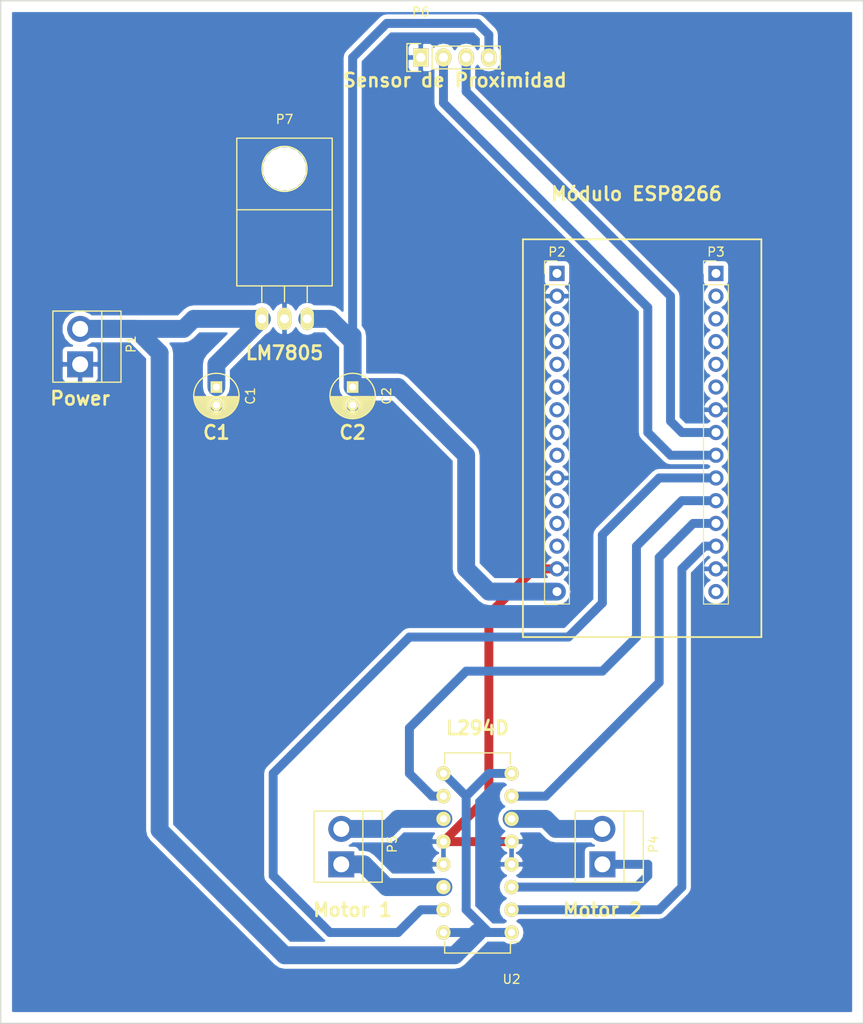
<source format=kicad_pcb>
(kicad_pcb (version 4) (host pcbnew 4.0.2+dfsg1-stable)

  (general
    (links 32)
    (no_connects 0)
    (area 82.474999 35.484999 179.145001 149.935001)
    (thickness 1.6)
    (drawings 18)
    (tracks 92)
    (zones 0)
    (modules 10)
    (nets 14)
  )

  (page A4)
  (layers
    (0 F.Cu signal)
    (31 B.Cu signal)
    (32 B.Adhes user)
    (33 F.Adhes user)
    (34 B.Paste user)
    (35 F.Paste user)
    (36 B.SilkS user)
    (37 F.SilkS user)
    (38 B.Mask user)
    (39 F.Mask user)
    (40 Dwgs.User user)
    (41 Cmts.User user)
    (42 Eco1.User user)
    (43 Eco2.User user)
    (44 Edge.Cuts user)
    (45 Margin user)
    (46 B.CrtYd user)
    (47 F.CrtYd user)
    (48 B.Fab user)
    (49 F.Fab user)
  )

  (setup
    (last_trace_width 1)
    (user_trace_width 0.5)
    (user_trace_width 1)
    (user_trace_width 1.5)
    (user_trace_width 2)
    (trace_clearance 0.2)
    (zone_clearance 0.508)
    (zone_45_only no)
    (trace_min 0.2)
    (segment_width 0.2)
    (edge_width 0.15)
    (via_size 0.6)
    (via_drill 0.4)
    (via_min_size 0.4)
    (via_min_drill 0.3)
    (uvia_size 0.3)
    (uvia_drill 0.1)
    (uvias_allowed no)
    (uvia_min_size 0.2)
    (uvia_min_drill 0.1)
    (pcb_text_width 0.3)
    (pcb_text_size 1.5 1.5)
    (mod_edge_width 0.15)
    (mod_text_size 1 1)
    (mod_text_width 0.15)
    (pad_size 1.524 1.524)
    (pad_drill 0.762)
    (pad_to_mask_clearance 0.2)
    (aux_axis_origin 0 0)
    (visible_elements FFFFFF7F)
    (pcbplotparams
      (layerselection 0x00030_80000001)
      (usegerberextensions false)
      (excludeedgelayer true)
      (linewidth 0.100000)
      (plotframeref false)
      (viasonmask false)
      (mode 1)
      (useauxorigin false)
      (hpglpennumber 1)
      (hpglpenspeed 20)
      (hpglpendiameter 15)
      (hpglpenoverlay 2)
      (psnegative false)
      (psa4output false)
      (plotreference true)
      (plotvalue true)
      (plotinvisibletext false)
      (padsonsilk false)
      (subtractmaskfromsilk false)
      (outputformat 1)
      (mirror false)
      (drillshape 1)
      (scaleselection 1)
      (outputdirectory ""))
  )

  (net 0 "")
  (net 1 /Vin)
  (net 2 GND)
  (net 3 /Vo)
  (net 4 /GPI14)
  (net 5 /GPI12)
  (net 6 /GPI13)
  (net 7 /GPI15)
  (net 8 /GPI03)
  (net 9 /GPI01)
  (net 10 /M1_1)
  (net 11 /M1_2)
  (net 12 /M2_1)
  (net 13 /M2_2)

  (net_class Default "This is the default net class."
    (clearance 0.2)
    (trace_width 0.25)
    (via_dia 0.6)
    (via_drill 0.4)
    (uvia_dia 0.3)
    (uvia_drill 0.1)
    (add_net /GPI01)
    (add_net /GPI03)
    (add_net /GPI12)
    (add_net /GPI13)
    (add_net /GPI14)
    (add_net /GPI15)
    (add_net /M1_1)
    (add_net /M1_2)
    (add_net /M2_1)
    (add_net /M2_2)
    (add_net /Vin)
    (add_net /Vo)
    (add_net GND)
  )

  (module Capacitors_ThroughHole:C_Radial_D5_L11_P2 (layer F.Cu) (tedit 0) (tstamp 5AB6AB61)
    (at 106.68 78.74 270)
    (descr "Radial Electrolytic Capacitor 5mm x Length 11mm, Pitch 2mm")
    (tags "Electrolytic Capacitor")
    (path /5AB69E1A)
    (fp_text reference C1 (at 1 -3.8 270) (layer F.SilkS)
      (effects (font (size 1 1) (thickness 0.15)))
    )
    (fp_text value C (at 1 3.8 270) (layer F.Fab)
      (effects (font (size 1 1) (thickness 0.15)))
    )
    (fp_line (start 1.075 -2.499) (end 1.075 2.499) (layer F.SilkS) (width 0.15))
    (fp_line (start 1.215 -2.491) (end 1.215 -0.154) (layer F.SilkS) (width 0.15))
    (fp_line (start 1.215 0.154) (end 1.215 2.491) (layer F.SilkS) (width 0.15))
    (fp_line (start 1.355 -2.475) (end 1.355 -0.473) (layer F.SilkS) (width 0.15))
    (fp_line (start 1.355 0.473) (end 1.355 2.475) (layer F.SilkS) (width 0.15))
    (fp_line (start 1.495 -2.451) (end 1.495 -0.62) (layer F.SilkS) (width 0.15))
    (fp_line (start 1.495 0.62) (end 1.495 2.451) (layer F.SilkS) (width 0.15))
    (fp_line (start 1.635 -2.418) (end 1.635 -0.712) (layer F.SilkS) (width 0.15))
    (fp_line (start 1.635 0.712) (end 1.635 2.418) (layer F.SilkS) (width 0.15))
    (fp_line (start 1.775 -2.377) (end 1.775 -0.768) (layer F.SilkS) (width 0.15))
    (fp_line (start 1.775 0.768) (end 1.775 2.377) (layer F.SilkS) (width 0.15))
    (fp_line (start 1.915 -2.327) (end 1.915 -0.795) (layer F.SilkS) (width 0.15))
    (fp_line (start 1.915 0.795) (end 1.915 2.327) (layer F.SilkS) (width 0.15))
    (fp_line (start 2.055 -2.266) (end 2.055 -0.798) (layer F.SilkS) (width 0.15))
    (fp_line (start 2.055 0.798) (end 2.055 2.266) (layer F.SilkS) (width 0.15))
    (fp_line (start 2.195 -2.196) (end 2.195 -0.776) (layer F.SilkS) (width 0.15))
    (fp_line (start 2.195 0.776) (end 2.195 2.196) (layer F.SilkS) (width 0.15))
    (fp_line (start 2.335 -2.114) (end 2.335 -0.726) (layer F.SilkS) (width 0.15))
    (fp_line (start 2.335 0.726) (end 2.335 2.114) (layer F.SilkS) (width 0.15))
    (fp_line (start 2.475 -2.019) (end 2.475 -0.644) (layer F.SilkS) (width 0.15))
    (fp_line (start 2.475 0.644) (end 2.475 2.019) (layer F.SilkS) (width 0.15))
    (fp_line (start 2.615 -1.908) (end 2.615 -0.512) (layer F.SilkS) (width 0.15))
    (fp_line (start 2.615 0.512) (end 2.615 1.908) (layer F.SilkS) (width 0.15))
    (fp_line (start 2.755 -1.78) (end 2.755 -0.265) (layer F.SilkS) (width 0.15))
    (fp_line (start 2.755 0.265) (end 2.755 1.78) (layer F.SilkS) (width 0.15))
    (fp_line (start 2.895 -1.631) (end 2.895 1.631) (layer F.SilkS) (width 0.15))
    (fp_line (start 3.035 -1.452) (end 3.035 1.452) (layer F.SilkS) (width 0.15))
    (fp_line (start 3.175 -1.233) (end 3.175 1.233) (layer F.SilkS) (width 0.15))
    (fp_line (start 3.315 -0.944) (end 3.315 0.944) (layer F.SilkS) (width 0.15))
    (fp_line (start 3.455 -0.472) (end 3.455 0.472) (layer F.SilkS) (width 0.15))
    (fp_circle (center 2 0) (end 2 -0.8) (layer F.SilkS) (width 0.15))
    (fp_circle (center 1 0) (end 1 -2.5375) (layer F.SilkS) (width 0.15))
    (fp_circle (center 1 0) (end 1 -2.8) (layer F.CrtYd) (width 0.05))
    (pad 1 thru_hole rect (at 0 0 270) (size 1.3 1.3) (drill 0.8) (layers *.Cu *.Mask F.SilkS)
      (net 1 /Vin))
    (pad 2 thru_hole circle (at 2 0 270) (size 1.3 1.3) (drill 0.8) (layers *.Cu *.Mask F.SilkS)
      (net 2 GND))
    (model Capacitors_ThroughHole.3dshapes/C_Radial_D5_L11_P2.wrl
      (at (xyz 0 0 0))
      (scale (xyz 1 1 1))
      (rotate (xyz 0 0 0))
    )
  )

  (module Capacitors_ThroughHole:C_Radial_D5_L11_P2 (layer F.Cu) (tedit 0) (tstamp 5AB6AB67)
    (at 121.92 78.74 270)
    (descr "Radial Electrolytic Capacitor 5mm x Length 11mm, Pitch 2mm")
    (tags "Electrolytic Capacitor")
    (path /5AB69F08)
    (fp_text reference C2 (at 1 -3.8 270) (layer F.SilkS)
      (effects (font (size 1 1) (thickness 0.15)))
    )
    (fp_text value C (at 1 3.8 270) (layer F.Fab)
      (effects (font (size 1 1) (thickness 0.15)))
    )
    (fp_line (start 1.075 -2.499) (end 1.075 2.499) (layer F.SilkS) (width 0.15))
    (fp_line (start 1.215 -2.491) (end 1.215 -0.154) (layer F.SilkS) (width 0.15))
    (fp_line (start 1.215 0.154) (end 1.215 2.491) (layer F.SilkS) (width 0.15))
    (fp_line (start 1.355 -2.475) (end 1.355 -0.473) (layer F.SilkS) (width 0.15))
    (fp_line (start 1.355 0.473) (end 1.355 2.475) (layer F.SilkS) (width 0.15))
    (fp_line (start 1.495 -2.451) (end 1.495 -0.62) (layer F.SilkS) (width 0.15))
    (fp_line (start 1.495 0.62) (end 1.495 2.451) (layer F.SilkS) (width 0.15))
    (fp_line (start 1.635 -2.418) (end 1.635 -0.712) (layer F.SilkS) (width 0.15))
    (fp_line (start 1.635 0.712) (end 1.635 2.418) (layer F.SilkS) (width 0.15))
    (fp_line (start 1.775 -2.377) (end 1.775 -0.768) (layer F.SilkS) (width 0.15))
    (fp_line (start 1.775 0.768) (end 1.775 2.377) (layer F.SilkS) (width 0.15))
    (fp_line (start 1.915 -2.327) (end 1.915 -0.795) (layer F.SilkS) (width 0.15))
    (fp_line (start 1.915 0.795) (end 1.915 2.327) (layer F.SilkS) (width 0.15))
    (fp_line (start 2.055 -2.266) (end 2.055 -0.798) (layer F.SilkS) (width 0.15))
    (fp_line (start 2.055 0.798) (end 2.055 2.266) (layer F.SilkS) (width 0.15))
    (fp_line (start 2.195 -2.196) (end 2.195 -0.776) (layer F.SilkS) (width 0.15))
    (fp_line (start 2.195 0.776) (end 2.195 2.196) (layer F.SilkS) (width 0.15))
    (fp_line (start 2.335 -2.114) (end 2.335 -0.726) (layer F.SilkS) (width 0.15))
    (fp_line (start 2.335 0.726) (end 2.335 2.114) (layer F.SilkS) (width 0.15))
    (fp_line (start 2.475 -2.019) (end 2.475 -0.644) (layer F.SilkS) (width 0.15))
    (fp_line (start 2.475 0.644) (end 2.475 2.019) (layer F.SilkS) (width 0.15))
    (fp_line (start 2.615 -1.908) (end 2.615 -0.512) (layer F.SilkS) (width 0.15))
    (fp_line (start 2.615 0.512) (end 2.615 1.908) (layer F.SilkS) (width 0.15))
    (fp_line (start 2.755 -1.78) (end 2.755 -0.265) (layer F.SilkS) (width 0.15))
    (fp_line (start 2.755 0.265) (end 2.755 1.78) (layer F.SilkS) (width 0.15))
    (fp_line (start 2.895 -1.631) (end 2.895 1.631) (layer F.SilkS) (width 0.15))
    (fp_line (start 3.035 -1.452) (end 3.035 1.452) (layer F.SilkS) (width 0.15))
    (fp_line (start 3.175 -1.233) (end 3.175 1.233) (layer F.SilkS) (width 0.15))
    (fp_line (start 3.315 -0.944) (end 3.315 0.944) (layer F.SilkS) (width 0.15))
    (fp_line (start 3.455 -0.472) (end 3.455 0.472) (layer F.SilkS) (width 0.15))
    (fp_circle (center 2 0) (end 2 -0.8) (layer F.SilkS) (width 0.15))
    (fp_circle (center 1 0) (end 1 -2.5375) (layer F.SilkS) (width 0.15))
    (fp_circle (center 1 0) (end 1 -2.8) (layer F.CrtYd) (width 0.05))
    (pad 1 thru_hole rect (at 0 0 270) (size 1.3 1.3) (drill 0.8) (layers *.Cu *.Mask F.SilkS)
      (net 3 /Vo))
    (pad 2 thru_hole circle (at 2 0 270) (size 1.3 1.3) (drill 0.8) (layers *.Cu *.Mask F.SilkS)
      (net 2 GND))
    (model Capacitors_ThroughHole.3dshapes/C_Radial_D5_L11_P2.wrl
      (at (xyz 0 0 0))
      (scale (xyz 1 1 1))
      (rotate (xyz 0 0 0))
    )
  )

  (module myelin-kicad:Pin_Header_Straight_1x15_Pitch2.54mm (layer F.Cu) (tedit 5862ED52) (tstamp 5AB6AB80)
    (at 144.78 66.04)
    (descr "Through hole straight pin header, 1x15, 2.54mm pitch, single row")
    (tags "Through hole pin header THT 1x15 2.54mm single row")
    (path /5AB6A16A)
    (fp_text reference P2 (at 0 -2.39) (layer F.SilkS)
      (effects (font (size 1 1) (thickness 0.15)))
    )
    (fp_text value ESP_A (at 0 37.95) (layer F.Fab)
      (effects (font (size 1 1) (thickness 0.15)))
    )
    (fp_line (start -1.27 -1.27) (end -1.27 36.83) (layer F.Fab) (width 0.1))
    (fp_line (start -1.27 36.83) (end 1.27 36.83) (layer F.Fab) (width 0.1))
    (fp_line (start 1.27 36.83) (end 1.27 -1.27) (layer F.Fab) (width 0.1))
    (fp_line (start 1.27 -1.27) (end -1.27 -1.27) (layer F.Fab) (width 0.1))
    (fp_line (start -1.39 1.27) (end -1.39 36.95) (layer F.SilkS) (width 0.12))
    (fp_line (start -1.39 36.95) (end 1.39 36.95) (layer F.SilkS) (width 0.12))
    (fp_line (start 1.39 36.95) (end 1.39 1.27) (layer F.SilkS) (width 0.12))
    (fp_line (start 1.39 1.27) (end -1.39 1.27) (layer F.SilkS) (width 0.12))
    (fp_line (start -1.39 0) (end -1.39 -1.39) (layer F.SilkS) (width 0.12))
    (fp_line (start -1.39 -1.39) (end 0 -1.39) (layer F.SilkS) (width 0.12))
    (fp_line (start -1.6 -1.6) (end -1.6 37.1) (layer F.CrtYd) (width 0.05))
    (fp_line (start -1.6 37.1) (end 1.6 37.1) (layer F.CrtYd) (width 0.05))
    (fp_line (start 1.6 37.1) (end 1.6 -1.6) (layer F.CrtYd) (width 0.05))
    (fp_line (start 1.6 -1.6) (end -1.6 -1.6) (layer F.CrtYd) (width 0.05))
    (pad 1 thru_hole rect (at 0 0) (size 1.7 1.7) (drill 1) (layers *.Cu *.Mask))
    (pad 2 thru_hole oval (at 0 2.54) (size 1.7 1.7) (drill 1) (layers *.Cu *.Mask)
      (net 2 GND))
    (pad 3 thru_hole oval (at 0 5.08) (size 1.7 1.7) (drill 1) (layers *.Cu *.Mask))
    (pad 4 thru_hole oval (at 0 7.62) (size 1.7 1.7) (drill 1) (layers *.Cu *.Mask))
    (pad 5 thru_hole oval (at 0 10.16) (size 1.7 1.7) (drill 1) (layers *.Cu *.Mask))
    (pad 6 thru_hole oval (at 0 12.7) (size 1.7 1.7) (drill 1) (layers *.Cu *.Mask))
    (pad 7 thru_hole oval (at 0 15.24) (size 1.7 1.7) (drill 1) (layers *.Cu *.Mask))
    (pad 8 thru_hole oval (at 0 17.78) (size 1.7 1.7) (drill 1) (layers *.Cu *.Mask))
    (pad 9 thru_hole oval (at 0 20.32) (size 1.7 1.7) (drill 1) (layers *.Cu *.Mask))
    (pad 10 thru_hole oval (at 0 22.86) (size 1.7 1.7) (drill 1) (layers *.Cu *.Mask)
      (net 2 GND))
    (pad 11 thru_hole oval (at 0 25.4) (size 1.7 1.7) (drill 1) (layers *.Cu *.Mask))
    (pad 12 thru_hole oval (at 0 27.94) (size 1.7 1.7) (drill 1) (layers *.Cu *.Mask))
    (pad 13 thru_hole oval (at 0 30.48) (size 1.7 1.7) (drill 1) (layers *.Cu *.Mask))
    (pad 14 thru_hole oval (at 0 33.02) (size 1.7 1.7) (drill 1) (layers *.Cu *.Mask)
      (net 2 GND))
    (pad 15 thru_hole oval (at 0 35.56) (size 1.7 1.7) (drill 1) (layers *.Cu *.Mask)
      (net 3 /Vo))
    (model Pin_Headers.3dshapes/Pin_Header_Straight_1x15_Pitch2.54mm.wrl
      (at (xyz 0 -0.7 0))
      (scale (xyz 1 1 1))
      (rotate (xyz 0 0 90))
    )
  )

  (module myelin-kicad:Pin_Header_Straight_1x15_Pitch2.54mm (layer F.Cu) (tedit 5862ED52) (tstamp 5AB6AB93)
    (at 162.56 66.04)
    (descr "Through hole straight pin header, 1x15, 2.54mm pitch, single row")
    (tags "Through hole pin header THT 1x15 2.54mm single row")
    (path /5AB6A28B)
    (fp_text reference P3 (at 0 -2.39) (layer F.SilkS)
      (effects (font (size 1 1) (thickness 0.15)))
    )
    (fp_text value ESP_B (at 0 37.95) (layer F.Fab)
      (effects (font (size 1 1) (thickness 0.15)))
    )
    (fp_line (start -1.27 -1.27) (end -1.27 36.83) (layer F.Fab) (width 0.1))
    (fp_line (start -1.27 36.83) (end 1.27 36.83) (layer F.Fab) (width 0.1))
    (fp_line (start 1.27 36.83) (end 1.27 -1.27) (layer F.Fab) (width 0.1))
    (fp_line (start 1.27 -1.27) (end -1.27 -1.27) (layer F.Fab) (width 0.1))
    (fp_line (start -1.39 1.27) (end -1.39 36.95) (layer F.SilkS) (width 0.12))
    (fp_line (start -1.39 36.95) (end 1.39 36.95) (layer F.SilkS) (width 0.12))
    (fp_line (start 1.39 36.95) (end 1.39 1.27) (layer F.SilkS) (width 0.12))
    (fp_line (start 1.39 1.27) (end -1.39 1.27) (layer F.SilkS) (width 0.12))
    (fp_line (start -1.39 0) (end -1.39 -1.39) (layer F.SilkS) (width 0.12))
    (fp_line (start -1.39 -1.39) (end 0 -1.39) (layer F.SilkS) (width 0.12))
    (fp_line (start -1.6 -1.6) (end -1.6 37.1) (layer F.CrtYd) (width 0.05))
    (fp_line (start -1.6 37.1) (end 1.6 37.1) (layer F.CrtYd) (width 0.05))
    (fp_line (start 1.6 37.1) (end 1.6 -1.6) (layer F.CrtYd) (width 0.05))
    (fp_line (start 1.6 -1.6) (end -1.6 -1.6) (layer F.CrtYd) (width 0.05))
    (pad 1 thru_hole rect (at 0 0) (size 1.7 1.7) (drill 1) (layers *.Cu *.Mask))
    (pad 2 thru_hole oval (at 0 2.54) (size 1.7 1.7) (drill 1) (layers *.Cu *.Mask))
    (pad 3 thru_hole oval (at 0 5.08) (size 1.7 1.7) (drill 1) (layers *.Cu *.Mask))
    (pad 4 thru_hole oval (at 0 7.62) (size 1.7 1.7) (drill 1) (layers *.Cu *.Mask))
    (pad 5 thru_hole oval (at 0 10.16) (size 1.7 1.7) (drill 1) (layers *.Cu *.Mask))
    (pad 6 thru_hole oval (at 0 12.7) (size 1.7 1.7) (drill 1) (layers *.Cu *.Mask))
    (pad 7 thru_hole oval (at 0 15.24) (size 1.7 1.7) (drill 1) (layers *.Cu *.Mask)
      (net 2 GND))
    (pad 8 thru_hole oval (at 0 17.78) (size 1.7 1.7) (drill 1) (layers *.Cu *.Mask)
      (net 4 /GPI14))
    (pad 9 thru_hole oval (at 0 20.32) (size 1.7 1.7) (drill 1) (layers *.Cu *.Mask)
      (net 5 /GPI12))
    (pad 10 thru_hole oval (at 0 22.86) (size 1.7 1.7) (drill 1) (layers *.Cu *.Mask)
      (net 6 /GPI13))
    (pad 11 thru_hole oval (at 0 25.4) (size 1.7 1.7) (drill 1) (layers *.Cu *.Mask)
      (net 7 /GPI15))
    (pad 12 thru_hole oval (at 0 27.94) (size 1.7 1.7) (drill 1) (layers *.Cu *.Mask)
      (net 8 /GPI03))
    (pad 13 thru_hole oval (at 0 30.48) (size 1.7 1.7) (drill 1) (layers *.Cu *.Mask)
      (net 9 /GPI01))
    (pad 14 thru_hole oval (at 0 33.02) (size 1.7 1.7) (drill 1) (layers *.Cu *.Mask)
      (net 2 GND))
    (pad 15 thru_hole oval (at 0 35.56) (size 1.7 1.7) (drill 1) (layers *.Cu *.Mask))
    (model Pin_Headers.3dshapes/Pin_Header_Straight_1x15_Pitch2.54mm.wrl
      (at (xyz 0 -0.7 0))
      (scale (xyz 1 1 1))
      (rotate (xyz 0 0 90))
    )
  )

  (module myelin-kicad:Pin_Header_Straight_1x02_Pitch3.96mm_Friction_Lock (layer F.Cu) (tedit 551E6FC5) (tstamp 5AB6AB99)
    (at 149.86 132.08 90)
    (descr "Header Pin, Unshrouded, Friction Lock, Pitch 0.156\" (3.96mm)")
    (tags "Pin Header Straight 1x02 Pitch3.96mm 640445-2")
    (path /5AB6D3D5)
    (fp_text reference P4 (at 2.25 5.7 90) (layer F.SilkS)
      (effects (font (size 1 1) (thickness 0.15)))
    )
    (fp_text value MOTOR2 (at 2.45 -4.15 90) (layer F.Fab)
      (effects (font (size 1 1) (thickness 0.15)))
    )
    (fp_line (start -2.25 -3.3) (end 6.2 -3.3) (layer F.CrtYd) (width 0.05))
    (fp_line (start 6.2 -3.3) (end 6.2 4.85) (layer F.CrtYd) (width 0.05))
    (fp_line (start 6.2 4.85) (end -2.25 4.85) (layer F.CrtYd) (width 0.05))
    (fp_line (start -2.25 4.85) (end -2.25 -3.3) (layer F.CrtYd) (width 0.05))
    (fp_line (start -1.9939 -3.048) (end 5.9309 -3.048) (layer F.SilkS) (width 0.15))
    (fp_line (start -1.9939 4.572) (end 5.9309 4.572) (layer F.SilkS) (width 0.15))
    (fp_line (start -1.9939 2.413) (end 5.9309 2.413) (layer F.SilkS) (width 0.15))
    (fp_line (start 5.95 -3.048) (end 5.95 4.572) (layer F.SilkS) (width 0.15))
    (fp_line (start -1.9939 -3.048) (end -1.9939 4.572) (layer F.SilkS) (width 0.15))
    (pad 1 thru_hole rect (at 0 0 90) (size 2.9 2.9) (drill 1.78) (layers *.Cu *.Mask)
      (net 10 /M1_1))
    (pad 2 thru_hole circle (at 3.96 0 90) (size 2.9 2.9) (drill 1.78) (layers *.Cu *.Mask)
      (net 11 /M1_2))
    (model Pin_Headers.3dshapes/Pin_Header_Straight_1x02_Pitch3.96mm_Friction_Lock.wrl
      (at (xyz 0.08 0 0.125))
      (scale (xyz 0.39 0.39 0.39))
      (rotate (xyz 0 0 180))
    )
  )

  (module myelin-kicad:Pin_Header_Straight_1x02_Pitch3.96mm_Friction_Lock (layer F.Cu) (tedit 551E6FC5) (tstamp 5AB6AB9F)
    (at 120.65 132.08 90)
    (descr "Header Pin, Unshrouded, Friction Lock, Pitch 0.156\" (3.96mm)")
    (tags "Pin Header Straight 1x02 Pitch3.96mm 640445-2")
    (path /5AB6D450)
    (fp_text reference P5 (at 2.25 5.7 90) (layer F.SilkS)
      (effects (font (size 1 1) (thickness 0.15)))
    )
    (fp_text value MOTOR1 (at 2.45 -4.15 90) (layer F.Fab)
      (effects (font (size 1 1) (thickness 0.15)))
    )
    (fp_line (start -2.25 -3.3) (end 6.2 -3.3) (layer F.CrtYd) (width 0.05))
    (fp_line (start 6.2 -3.3) (end 6.2 4.85) (layer F.CrtYd) (width 0.05))
    (fp_line (start 6.2 4.85) (end -2.25 4.85) (layer F.CrtYd) (width 0.05))
    (fp_line (start -2.25 4.85) (end -2.25 -3.3) (layer F.CrtYd) (width 0.05))
    (fp_line (start -1.9939 -3.048) (end 5.9309 -3.048) (layer F.SilkS) (width 0.15))
    (fp_line (start -1.9939 4.572) (end 5.9309 4.572) (layer F.SilkS) (width 0.15))
    (fp_line (start -1.9939 2.413) (end 5.9309 2.413) (layer F.SilkS) (width 0.15))
    (fp_line (start 5.95 -3.048) (end 5.95 4.572) (layer F.SilkS) (width 0.15))
    (fp_line (start -1.9939 -3.048) (end -1.9939 4.572) (layer F.SilkS) (width 0.15))
    (pad 1 thru_hole rect (at 0 0 90) (size 2.9 2.9) (drill 1.78) (layers *.Cu *.Mask)
      (net 12 /M2_1))
    (pad 2 thru_hole circle (at 3.96 0 90) (size 2.9 2.9) (drill 1.78) (layers *.Cu *.Mask)
      (net 13 /M2_2))
    (model Pin_Headers.3dshapes/Pin_Header_Straight_1x02_Pitch3.96mm_Friction_Lock.wrl
      (at (xyz 0.08 0 0.125))
      (scale (xyz 0.39 0.39 0.39))
      (rotate (xyz 0 0 180))
    )
  )

  (module Socket_Strips:Socket_Strip_Straight_1x04 (layer F.Cu) (tedit 0) (tstamp 5AB6ABA7)
    (at 129.54 41.91)
    (descr "Through hole socket strip")
    (tags "socket strip")
    (path /5AB6D854)
    (fp_text reference P6 (at 0 -5.1) (layer F.SilkS)
      (effects (font (size 1 1) (thickness 0.15)))
    )
    (fp_text value "Sensor Proximidad" (at 0 -3.1) (layer F.Fab)
      (effects (font (size 1 1) (thickness 0.15)))
    )
    (fp_line (start -1.75 -1.75) (end -1.75 1.75) (layer F.CrtYd) (width 0.05))
    (fp_line (start 9.4 -1.75) (end 9.4 1.75) (layer F.CrtYd) (width 0.05))
    (fp_line (start -1.75 -1.75) (end 9.4 -1.75) (layer F.CrtYd) (width 0.05))
    (fp_line (start -1.75 1.75) (end 9.4 1.75) (layer F.CrtYd) (width 0.05))
    (fp_line (start 1.27 -1.27) (end 8.89 -1.27) (layer F.SilkS) (width 0.15))
    (fp_line (start 1.27 1.27) (end 8.89 1.27) (layer F.SilkS) (width 0.15))
    (fp_line (start -1.55 1.55) (end 0 1.55) (layer F.SilkS) (width 0.15))
    (fp_line (start 8.89 -1.27) (end 8.89 1.27) (layer F.SilkS) (width 0.15))
    (fp_line (start 1.27 1.27) (end 1.27 -1.27) (layer F.SilkS) (width 0.15))
    (fp_line (start 0 -1.55) (end -1.55 -1.55) (layer F.SilkS) (width 0.15))
    (fp_line (start -1.55 -1.55) (end -1.55 1.55) (layer F.SilkS) (width 0.15))
    (pad 1 thru_hole rect (at 0 0) (size 1.7272 2.032) (drill 1.016) (layers *.Cu *.Mask F.SilkS)
      (net 2 GND))
    (pad 2 thru_hole oval (at 2.54 0) (size 1.7272 2.032) (drill 1.016) (layers *.Cu *.Mask F.SilkS)
      (net 5 /GPI12))
    (pad 3 thru_hole oval (at 5.08 0) (size 1.7272 2.032) (drill 1.016) (layers *.Cu *.Mask F.SilkS)
      (net 4 /GPI14))
    (pad 4 thru_hole oval (at 7.62 0) (size 1.7272 2.032) (drill 1.016) (layers *.Cu *.Mask F.SilkS)
      (net 3 /Vo))
    (model Socket_Strips.3dshapes/Socket_Strip_Straight_1x04.wrl
      (at (xyz 0.15 0 0))
      (scale (xyz 1 1 1))
      (rotate (xyz 0 0 180))
    )
  )

  (module TO_SOT_Packages_THT:TO-220_Neutral123_Horizontal (layer F.Cu) (tedit 0) (tstamp 5AB6ABAF)
    (at 114.3 71.12)
    (descr "TO-220, Neutral, Horizontal,")
    (tags "TO-220, Neutral, Horizontal,")
    (path /5AB6E861)
    (fp_text reference P7 (at 0 -22.3012) (layer F.SilkS)
      (effects (font (size 1 1) (thickness 0.15)))
    )
    (fp_text value LM7805 (at -0.29972 3.44932) (layer F.Fab)
      (effects (font (size 1 1) (thickness 0.15)))
    )
    (fp_circle (center 0 -16.764) (end 1.778 -14.986) (layer F.SilkS) (width 0.15))
    (fp_line (start -2.54 -3.683) (end -2.54 -1.905) (layer F.SilkS) (width 0.15))
    (fp_line (start 0 -3.683) (end 0 -1.905) (layer F.SilkS) (width 0.15))
    (fp_line (start 2.54 -3.683) (end 2.54 -1.905) (layer F.SilkS) (width 0.15))
    (fp_line (start 5.334 -12.192) (end 5.334 -20.193) (layer F.SilkS) (width 0.15))
    (fp_line (start 5.334 -20.193) (end -5.334 -20.193) (layer F.SilkS) (width 0.15))
    (fp_line (start -5.334 -20.193) (end -5.334 -12.192) (layer F.SilkS) (width 0.15))
    (fp_line (start 5.334 -3.683) (end 5.334 -12.192) (layer F.SilkS) (width 0.15))
    (fp_line (start 5.334 -12.192) (end -5.334 -12.192) (layer F.SilkS) (width 0.15))
    (fp_line (start -5.334 -12.192) (end -5.334 -3.683) (layer F.SilkS) (width 0.15))
    (fp_line (start 0 -3.683) (end -5.334 -3.683) (layer F.SilkS) (width 0.15))
    (fp_line (start 0 -3.683) (end 5.334 -3.683) (layer F.SilkS) (width 0.15))
    (pad 2 thru_hole oval (at 0 0 90) (size 2.49936 1.50114) (drill 1.00076) (layers *.Cu *.Mask F.SilkS)
      (net 2 GND))
    (pad 1 thru_hole oval (at -2.54 0 90) (size 2.49936 1.50114) (drill 1.00076) (layers *.Cu *.Mask F.SilkS)
      (net 1 /Vin))
    (pad 3 thru_hole oval (at 2.54 0 90) (size 2.49936 1.50114) (drill 1.00076) (layers *.Cu *.Mask F.SilkS)
      (net 3 /Vo))
    (pad "" np_thru_hole circle (at 0 -16.764 90) (size 3.79984 3.79984) (drill 3.79984) (layers *.Cu *.Mask F.SilkS))
    (model TO_SOT_Packages_THT.3dshapes/TO-220_Neutral123_Horizontal.wrl
      (at (xyz 0 0 0))
      (scale (xyz 0.3937 0.3937 0.3937))
      (rotate (xyz 0 0 0))
    )
  )

  (module Housings_DIP:DIP-16_W7.62mm (layer F.Cu) (tedit 54130A77) (tstamp 5AB6ABC3)
    (at 139.7 139.7 180)
    (descr "16-lead dip package, row spacing 7.62 mm (300 mils)")
    (tags "dil dip 2.54 300")
    (path /5AB6C62D)
    (fp_text reference U2 (at 0 -5.22 180) (layer F.SilkS)
      (effects (font (size 1 1) (thickness 0.15)))
    )
    (fp_text value L294D (at 0 -3.72 180) (layer F.Fab)
      (effects (font (size 1 1) (thickness 0.15)))
    )
    (fp_line (start -1.05 -2.45) (end -1.05 20.25) (layer F.CrtYd) (width 0.05))
    (fp_line (start 8.65 -2.45) (end 8.65 20.25) (layer F.CrtYd) (width 0.05))
    (fp_line (start -1.05 -2.45) (end 8.65 -2.45) (layer F.CrtYd) (width 0.05))
    (fp_line (start -1.05 20.25) (end 8.65 20.25) (layer F.CrtYd) (width 0.05))
    (fp_line (start 0.135 -2.295) (end 0.135 -1.025) (layer F.SilkS) (width 0.15))
    (fp_line (start 7.485 -2.295) (end 7.485 -1.025) (layer F.SilkS) (width 0.15))
    (fp_line (start 7.485 20.075) (end 7.485 18.805) (layer F.SilkS) (width 0.15))
    (fp_line (start 0.135 20.075) (end 0.135 18.805) (layer F.SilkS) (width 0.15))
    (fp_line (start 0.135 -2.295) (end 7.485 -2.295) (layer F.SilkS) (width 0.15))
    (fp_line (start 0.135 20.075) (end 7.485 20.075) (layer F.SilkS) (width 0.15))
    (fp_line (start 0.135 -1.025) (end -0.8 -1.025) (layer F.SilkS) (width 0.15))
    (pad 1 thru_hole oval (at 0 0 180) (size 1.6 1.6) (drill 0.8) (layers *.Cu *.Mask F.SilkS)
      (net 1 /Vin))
    (pad 2 thru_hole oval (at 0 2.54 180) (size 1.6 1.6) (drill 0.8) (layers *.Cu *.Mask F.SilkS)
      (net 9 /GPI01))
    (pad 3 thru_hole oval (at 0 5.08 180) (size 1.6 1.6) (drill 0.8) (layers *.Cu *.Mask F.SilkS)
      (net 10 /M1_1))
    (pad 4 thru_hole oval (at 0 7.62 180) (size 1.6 1.6) (drill 0.8) (layers *.Cu *.Mask F.SilkS)
      (net 2 GND))
    (pad 5 thru_hole oval (at 0 10.16 180) (size 1.6 1.6) (drill 0.8) (layers *.Cu *.Mask F.SilkS)
      (net 2 GND))
    (pad 6 thru_hole oval (at 0 12.7 180) (size 1.6 1.6) (drill 0.8) (layers *.Cu *.Mask F.SilkS)
      (net 11 /M1_2))
    (pad 7 thru_hole oval (at 0 15.24 180) (size 1.6 1.6) (drill 0.8) (layers *.Cu *.Mask F.SilkS)
      (net 8 /GPI03))
    (pad 8 thru_hole oval (at 0 17.78 180) (size 1.6 1.6) (drill 0.8) (layers *.Cu *.Mask F.SilkS)
      (net 1 /Vin))
    (pad 9 thru_hole oval (at 7.62 17.78 180) (size 1.6 1.6) (drill 0.8) (layers *.Cu *.Mask F.SilkS)
      (net 1 /Vin))
    (pad 10 thru_hole oval (at 7.62 15.24 180) (size 1.6 1.6) (drill 0.8) (layers *.Cu *.Mask F.SilkS)
      (net 7 /GPI15))
    (pad 11 thru_hole oval (at 7.62 12.7 180) (size 1.6 1.6) (drill 0.8) (layers *.Cu *.Mask F.SilkS)
      (net 13 /M2_2))
    (pad 12 thru_hole oval (at 7.62 10.16 180) (size 1.6 1.6) (drill 0.8) (layers *.Cu *.Mask F.SilkS)
      (net 2 GND))
    (pad 13 thru_hole oval (at 7.62 7.62 180) (size 1.6 1.6) (drill 0.8) (layers *.Cu *.Mask F.SilkS)
      (net 2 GND))
    (pad 14 thru_hole oval (at 7.62 5.08 180) (size 1.6 1.6) (drill 0.8) (layers *.Cu *.Mask F.SilkS)
      (net 12 /M2_1))
    (pad 15 thru_hole oval (at 7.62 2.54 180) (size 1.6 1.6) (drill 0.8) (layers *.Cu *.Mask F.SilkS)
      (net 6 /GPI13))
    (pad 16 thru_hole oval (at 7.62 0 180) (size 1.6 1.6) (drill 0.8) (layers *.Cu *.Mask F.SilkS)
      (net 1 /Vin))
    (model Housings_DIP.3dshapes/DIP-16_W7.62mm.wrl
      (at (xyz 0 0 0))
      (scale (xyz 1 1 1))
      (rotate (xyz 0 0 0))
    )
  )

  (module myelin-kicad:Pin_Header_Straight_1x02_Pitch3.96mm_Friction_Lock (layer F.Cu) (tedit 551E6FC5) (tstamp 5AB6ACB1)
    (at 91.44 76.2 90)
    (descr "Header Pin, Unshrouded, Friction Lock, Pitch 0.156\" (3.96mm)")
    (tags "Pin Header Straight 1x02 Pitch3.96mm 640445-2")
    (path /5AB69C07)
    (fp_text reference P1 (at 2.25 5.7 90) (layer F.SilkS)
      (effects (font (size 1 1) (thickness 0.15)))
    )
    (fp_text value Power (at 2.45 -4.15 90) (layer F.Fab)
      (effects (font (size 1 1) (thickness 0.15)))
    )
    (fp_line (start -2.25 -3.3) (end 6.2 -3.3) (layer F.CrtYd) (width 0.05))
    (fp_line (start 6.2 -3.3) (end 6.2 4.85) (layer F.CrtYd) (width 0.05))
    (fp_line (start 6.2 4.85) (end -2.25 4.85) (layer F.CrtYd) (width 0.05))
    (fp_line (start -2.25 4.85) (end -2.25 -3.3) (layer F.CrtYd) (width 0.05))
    (fp_line (start -1.9939 -3.048) (end 5.9309 -3.048) (layer F.SilkS) (width 0.15))
    (fp_line (start -1.9939 4.572) (end 5.9309 4.572) (layer F.SilkS) (width 0.15))
    (fp_line (start -1.9939 2.413) (end 5.9309 2.413) (layer F.SilkS) (width 0.15))
    (fp_line (start 5.95 -3.048) (end 5.95 4.572) (layer F.SilkS) (width 0.15))
    (fp_line (start -1.9939 -3.048) (end -1.9939 4.572) (layer F.SilkS) (width 0.15))
    (pad 1 thru_hole rect (at 0 0 90) (size 2.9 2.9) (drill 1.78) (layers *.Cu *.Mask)
      (net 2 GND))
    (pad 2 thru_hole circle (at 3.96 0 90) (size 2.9 2.9) (drill 1.78) (layers *.Cu *.Mask)
      (net 1 /Vin))
    (model Pin_Headers.3dshapes/Pin_Header_Straight_1x02_Pitch3.96mm_Friction_Lock.wrl
      (at (xyz 0.08 0 0.125))
      (scale (xyz 0.39 0.39 0.39))
      (rotate (xyz 0 0 180))
    )
  )

  (gr_line (start 140.97 106.68) (end 140.97 62.23) (angle 90) (layer F.SilkS) (width 0.2))
  (gr_line (start 167.64 106.68) (end 140.97 106.68) (angle 90) (layer F.SilkS) (width 0.2))
  (gr_line (start 167.64 62.23) (end 167.64 106.68) (angle 90) (layer F.SilkS) (width 0.2))
  (gr_line (start 140.97 62.23) (end 167.64 62.23) (angle 90) (layer F.SilkS) (width 0.2))
  (gr_text C2 (at 121.92 83.82) (layer F.SilkS)
    (effects (font (size 1.5 1.5) (thickness 0.3)))
  )
  (gr_text C1 (at 106.68 83.82) (layer F.SilkS)
    (effects (font (size 1.5 1.5) (thickness 0.3)))
  )
  (gr_text LM7805 (at 114.3 74.93) (layer F.SilkS)
    (effects (font (size 1.5 1.5) (thickness 0.3)))
  )
  (gr_text Power (at 91.44 80.01) (layer F.SilkS)
    (effects (font (size 1.5 1.5) (thickness 0.3)))
  )
  (gr_text "L294D\n" (at 135.89 116.84) (layer F.SilkS)
    (effects (font (size 1.5 1.5) (thickness 0.3)))
  )
  (gr_text "Motor 1" (at 121.92 137.16) (layer F.SilkS)
    (effects (font (size 1.5 1.5) (thickness 0.3)))
  )
  (gr_text "Motor 2" (at 149.86 137.16) (layer F.SilkS)
    (effects (font (size 1.5 1.5) (thickness 0.3)))
  )
  (gr_text "Módulo ESP8266\n" (at 153.67 57.15) (layer F.SilkS)
    (effects (font (size 1.5 1.5) (thickness 0.3)))
  )
  (gr_text "Sensor de Proximidad" (at 133.35 44.45) (layer F.SilkS)
    (effects (font (size 1.5 1.5) (thickness 0.3)))
  )
  (gr_line (start 82.55 35.56) (end 82.55 36.83) (angle 90) (layer Edge.Cuts) (width 0.15))
  (gr_line (start 179.07 35.56) (end 82.55 35.56) (angle 90) (layer Edge.Cuts) (width 0.15))
  (gr_line (start 179.07 149.86) (end 179.07 35.56) (angle 90) (layer Edge.Cuts) (width 0.15))
  (gr_line (start 82.55 149.86) (end 179.07 149.86) (angle 90) (layer Edge.Cuts) (width 0.15))
  (gr_line (start 82.55 36.83) (end 82.55 149.86) (angle 90) (layer Edge.Cuts) (width 0.15))

  (segment (start 106.68 78.74) (end 106.68 76.2) (width 2) (layer B.Cu) (net 1))
  (segment (start 106.68 76.2) (end 111.76 71.12) (width 2) (layer B.Cu) (net 1) (tstamp 5AB6AFDC))
  (segment (start 91.44 72.24) (end 97.64 72.24) (width 2) (layer B.Cu) (net 1))
  (segment (start 133.35 142.24) (end 135.89 139.7) (width 2) (layer B.Cu) (net 1) (tstamp 5AB6AEC8))
  (segment (start 114.3 142.24) (end 133.35 142.24) (width 2) (layer B.Cu) (net 1) (tstamp 5AB6AEC6))
  (segment (start 100.33 128.27) (end 114.3 142.24) (width 2) (layer B.Cu) (net 1) (tstamp 5AB6AEC4))
  (segment (start 100.33 74.93) (end 100.33 128.27) (width 2) (layer B.Cu) (net 1) (tstamp 5AB6AEC3))
  (segment (start 97.64 72.24) (end 100.33 74.93) (width 2) (layer B.Cu) (net 1) (tstamp 5AB6AEC2))
  (segment (start 134.62 124.46) (end 132.08 121.92) (width 1) (layer B.Cu) (net 1))
  (segment (start 139.7 139.7) (end 137.16 139.7) (width 1) (layer B.Cu) (net 1))
  (segment (start 137.16 121.92) (end 139.7 121.92) (width 1) (layer B.Cu) (net 1) (tstamp 5AB6AE01))
  (segment (start 134.62 124.46) (end 137.16 121.92) (width 1) (layer B.Cu) (net 1) (tstamp 5AB6AE00))
  (segment (start 134.62 137.16) (end 134.62 124.46) (width 1) (layer B.Cu) (net 1) (tstamp 5AB6ADFF))
  (segment (start 137.16 139.7) (end 134.62 137.16) (width 1) (layer B.Cu) (net 1) (tstamp 5AB6ADFE))
  (segment (start 139.7 139.7) (end 135.89 139.7) (width 1) (layer B.Cu) (net 1))
  (segment (start 135.89 139.7) (end 132.08 139.7) (width 1) (layer B.Cu) (net 1) (tstamp 5AB6AECB))
  (segment (start 91.44 72.24) (end 103.02 72.24) (width 2) (layer B.Cu) (net 1))
  (segment (start 103.02 72.24) (end 104.14 71.12) (width 2) (layer B.Cu) (net 1) (tstamp 5AB6AD0B))
  (segment (start 104.14 71.12) (end 111.76 71.12) (width 2) (layer B.Cu) (net 1) (tstamp 5AB6AD0C))
  (segment (start 139.7 129.54) (end 132.08 129.54) (width 1) (layer F.Cu) (net 2) (status C00000))
  (segment (start 132.08 129.54) (end 137.16 124.46) (width 1) (layer F.Cu) (net 2) (tstamp 5AB6B185) (status 400000))
  (segment (start 137.16 124.46) (end 137.16 104.14) (width 1) (layer F.Cu) (net 2) (tstamp 5AB6B18A))
  (segment (start 137.16 104.14) (end 142.24 99.06) (width 1) (layer F.Cu) (net 2) (tstamp 5AB6B18E))
  (segment (start 142.24 99.06) (end 144.78 99.06) (width 1) (layer F.Cu) (net 2) (tstamp 5AB6B18F) (status 800000))
  (segment (start 121.92 73.025) (end 121.92 41.91) (width 1) (layer B.Cu) (net 3))
  (segment (start 137.16 39.37) (end 137.16 41.91) (width 1) (layer B.Cu) (net 3) (tstamp 5AB6AF56))
  (segment (start 135.89 38.1) (end 137.16 39.37) (width 1) (layer B.Cu) (net 3) (tstamp 5AB6AF55))
  (segment (start 125.73 38.1) (end 135.89 38.1) (width 1) (layer B.Cu) (net 3) (tstamp 5AB6AF54))
  (segment (start 121.92 41.91) (end 125.73 38.1) (width 1) (layer B.Cu) (net 3) (tstamp 5AB6AF53))
  (segment (start 121.92 78.74) (end 127 78.74) (width 2) (layer B.Cu) (net 3))
  (segment (start 137.16 101.6) (end 144.78 101.6) (width 2) (layer B.Cu) (net 3) (tstamp 5AB6AD8A))
  (segment (start 134.62 99.06) (end 137.16 101.6) (width 2) (layer B.Cu) (net 3) (tstamp 5AB6AD89))
  (segment (start 134.62 86.36) (end 134.62 99.06) (width 2) (layer B.Cu) (net 3) (tstamp 5AB6AD88))
  (segment (start 127 78.74) (end 134.62 86.36) (width 2) (layer B.Cu) (net 3) (tstamp 5AB6AD87))
  (segment (start 121.92 78.74) (end 121.92 73.025) (width 2) (layer B.Cu) (net 3))
  (segment (start 121.92 73.025) (end 121.92 73.66) (width 2) (layer B.Cu) (net 3) (tstamp 5AB6AF51))
  (segment (start 119.38 71.12) (end 116.84 71.12) (width 2) (layer B.Cu) (net 3) (tstamp 5AB6AD10))
  (segment (start 121.92 73.66) (end 120.65 72.39) (width 2) (layer B.Cu) (net 3) (tstamp 5AB6AD0F))
  (segment (start 120.65 72.39) (end 119.38 71.12) (width 2) (layer B.Cu) (net 3) (tstamp 5AB6AEB9))
  (segment (start 162.56 83.82) (end 158.75 83.82) (width 1) (layer B.Cu) (net 4))
  (segment (start 134.62 45.72) (end 134.62 41.91) (width 1) (layer B.Cu) (net 4) (tstamp 5AB6AFB8))
  (segment (start 157.48 68.58) (end 134.62 45.72) (width 1) (layer B.Cu) (net 4) (tstamp 5AB6AFB6))
  (segment (start 157.48 82.55) (end 157.48 68.58) (width 1) (layer B.Cu) (net 4) (tstamp 5AB6AFB4))
  (segment (start 158.75 83.82) (end 157.48 82.55) (width 1) (layer B.Cu) (net 4) (tstamp 5AB6AFB3))
  (segment (start 162.56 86.36) (end 157.48 86.36) (width 1) (layer B.Cu) (net 5))
  (segment (start 132.08 46.99) (end 132.08 41.91) (width 1) (layer B.Cu) (net 5) (tstamp 5AB6AF64))
  (segment (start 154.94 69.85) (end 132.08 46.99) (width 1) (layer B.Cu) (net 5) (tstamp 5AB6AF62))
  (segment (start 154.94 83.82) (end 154.94 69.85) (width 1) (layer B.Cu) (net 5) (tstamp 5AB6AF61))
  (segment (start 157.48 86.36) (end 154.94 83.82) (width 1) (layer B.Cu) (net 5) (tstamp 5AB6AF60))
  (segment (start 162.56 88.9) (end 156.21 88.9) (width 1) (layer B.Cu) (net 6))
  (segment (start 129.54 137.16) (end 132.08 137.16) (width 1) (layer B.Cu) (net 6) (tstamp 5AB6AE85))
  (segment (start 127 139.7) (end 129.54 137.16) (width 1) (layer B.Cu) (net 6) (tstamp 5AB6AE84))
  (segment (start 119.38 139.7) (end 127 139.7) (width 1) (layer B.Cu) (net 6) (tstamp 5AB6AE82))
  (segment (start 113.03 133.35) (end 119.38 139.7) (width 1) (layer B.Cu) (net 6) (tstamp 5AB6AE80))
  (segment (start 113.03 121.92) (end 113.03 133.35) (width 1) (layer B.Cu) (net 6) (tstamp 5AB6AE7E))
  (segment (start 128.27 106.68) (end 113.03 121.92) (width 1) (layer B.Cu) (net 6) (tstamp 5AB6AE7C))
  (segment (start 146.05 106.68) (end 128.27 106.68) (width 1) (layer B.Cu) (net 6) (tstamp 5AB6AE7B))
  (segment (start 149.86 102.87) (end 146.05 106.68) (width 1) (layer B.Cu) (net 6) (tstamp 5AB6AE7A))
  (segment (start 149.86 95.25) (end 149.86 102.87) (width 1) (layer B.Cu) (net 6) (tstamp 5AB6AE78))
  (segment (start 156.21 88.9) (end 149.86 95.25) (width 1) (layer B.Cu) (net 6) (tstamp 5AB6AE77))
  (segment (start 132.08 124.46) (end 130.81 124.46) (width 1) (layer B.Cu) (net 7))
  (segment (start 158.75 91.44) (end 162.56 91.44) (width 1) (layer B.Cu) (net 7) (tstamp 5AB6AE74))
  (segment (start 153.67 96.52) (end 158.75 91.44) (width 1) (layer B.Cu) (net 7) (tstamp 5AB6AE73))
  (segment (start 153.67 106.68) (end 153.67 96.52) (width 1) (layer B.Cu) (net 7) (tstamp 5AB6AE72))
  (segment (start 149.86 110.49) (end 153.67 106.68) (width 1) (layer B.Cu) (net 7) (tstamp 5AB6AE71))
  (segment (start 134.62 110.49) (end 149.86 110.49) (width 1) (layer B.Cu) (net 7) (tstamp 5AB6AE6F))
  (segment (start 128.27 116.84) (end 134.62 110.49) (width 1) (layer B.Cu) (net 7) (tstamp 5AB6AE6E))
  (segment (start 128.27 121.92) (end 128.27 116.84) (width 1) (layer B.Cu) (net 7) (tstamp 5AB6AE6D))
  (segment (start 130.81 124.46) (end 128.27 121.92) (width 1) (layer B.Cu) (net 7) (tstamp 5AB6AE6C))
  (segment (start 139.7 124.46) (end 143.51 124.46) (width 1) (layer B.Cu) (net 8))
  (segment (start 160.02 93.98) (end 162.56 93.98) (width 1) (layer B.Cu) (net 8) (tstamp 5AB6AE5F))
  (segment (start 156.21 97.79) (end 160.02 93.98) (width 1) (layer B.Cu) (net 8) (tstamp 5AB6AE5E))
  (segment (start 156.21 111.76) (end 156.21 97.79) (width 1) (layer B.Cu) (net 8) (tstamp 5AB6AE5C))
  (segment (start 143.51 124.46) (end 156.21 111.76) (width 1) (layer B.Cu) (net 8) (tstamp 5AB6AE5B))
  (segment (start 162.56 96.52) (end 161.29 96.52) (width 1) (layer B.Cu) (net 9))
  (segment (start 156.21 137.16) (end 139.7 137.16) (width 1) (layer B.Cu) (net 9) (tstamp 5AB6B016))
  (segment (start 158.75 134.62) (end 156.21 137.16) (width 1) (layer B.Cu) (net 9) (tstamp 5AB6B012))
  (segment (start 158.75 99.06) (end 158.75 134.62) (width 1) (layer B.Cu) (net 9) (tstamp 5AB6B011))
  (segment (start 161.29 96.52) (end 158.75 99.06) (width 1) (layer B.Cu) (net 9) (tstamp 5AB6B010))
  (segment (start 139.7 134.62) (end 153.67 134.62) (width 1) (layer B.Cu) (net 10))
  (segment (start 154.94 132.08) (end 149.86 132.08) (width 1) (layer B.Cu) (net 10) (tstamp 5AB6AF9D))
  (segment (start 154.94 133.35) (end 154.94 132.08) (width 1) (layer B.Cu) (net 10) (tstamp 5AB6AF9C))
  (segment (start 153.67 134.62) (end 154.94 133.35) (width 1) (layer B.Cu) (net 10) (tstamp 5AB6AF92))
  (segment (start 149.86 128.12) (end 144.63 128.12) (width 2) (layer B.Cu) (net 11))
  (segment (start 143.51 127) (end 139.7 127) (width 2) (layer B.Cu) (net 11) (tstamp 5AB6AE58))
  (segment (start 144.63 128.12) (end 143.51 127) (width 2) (layer B.Cu) (net 11) (tstamp 5AB6AE57))
  (segment (start 132.08 134.62) (end 125.73 134.62) (width 2) (layer B.Cu) (net 12))
  (segment (start 123.19 132.08) (end 120.65 132.08) (width 2) (layer B.Cu) (net 12) (tstamp 5AB6AE50))
  (segment (start 125.73 134.62) (end 123.19 132.08) (width 2) (layer B.Cu) (net 12) (tstamp 5AB6AE4F))
  (segment (start 120.65 128.12) (end 125.88 128.12) (width 2) (layer B.Cu) (net 13))
  (segment (start 127 127) (end 132.08 127) (width 2) (layer B.Cu) (net 13) (tstamp 5AB6AE4C))
  (segment (start 125.88 128.12) (end 127 127) (width 2) (layer B.Cu) (net 13) (tstamp 5AB6AE4B))

  (zone (net 2) (net_name GND) (layer B.Cu) (tstamp 5AB6AF68) (hatch edge 0.508)
    (connect_pads (clearance 0.508))
    (min_thickness 0.254)
    (fill yes (arc_segments 16) (thermal_gap 0.508) (thermal_bridge_width 0.508))
    (polygon
      (pts
        (xy 177.8 148.59) (xy 83.82 148.59) (xy 83.82 36.83) (xy 177.8 36.83) (xy 177.8 148.59)
      )
    )
    (filled_polygon
      (pts
        (xy 177.673 148.463) (xy 83.947 148.463) (xy 83.947 76.48575) (xy 89.355 76.48575) (xy 89.355 77.776309)
        (xy 89.451673 78.009698) (xy 89.630301 78.188327) (xy 89.86369 78.285) (xy 91.15425 78.285) (xy 91.313 78.12625)
        (xy 91.313 76.327) (xy 91.567 76.327) (xy 91.567 78.12625) (xy 91.72575 78.285) (xy 93.01631 78.285)
        (xy 93.249699 78.188327) (xy 93.428327 78.009698) (xy 93.525 77.776309) (xy 93.525 76.48575) (xy 93.36625 76.327)
        (xy 91.567 76.327) (xy 91.313 76.327) (xy 89.51375 76.327) (xy 89.355 76.48575) (xy 83.947 76.48575)
        (xy 83.947 72.652913) (xy 89.354638 72.652913) (xy 89.671392 73.419515) (xy 90.2574 74.006547) (xy 90.518584 74.115)
        (xy 89.86369 74.115) (xy 89.630301 74.211673) (xy 89.451673 74.390302) (xy 89.355 74.623691) (xy 89.355 75.91425)
        (xy 89.51375 76.073) (xy 91.313 76.073) (xy 91.313 76.053) (xy 91.567 76.053) (xy 91.567 76.073)
        (xy 93.36625 76.073) (xy 93.525 75.91425) (xy 93.525 74.623691) (xy 93.428327 74.390302) (xy 93.249699 74.211673)
        (xy 93.01631 74.115) (xy 92.362027 74.115) (xy 92.619515 74.008608) (xy 92.753356 73.875) (xy 96.96276 73.875)
        (xy 98.695 75.607239) (xy 98.695 128.269995) (xy 98.694999 128.27) (xy 98.819457 128.895688) (xy 99.17388 129.42612)
        (xy 113.143878 143.396117) (xy 113.14388 143.39612) (xy 113.674313 143.750543) (xy 114.3 143.875) (xy 133.349995 143.875)
        (xy 133.35 143.875001) (xy 133.975688 143.750543) (xy 134.50612 143.39612) (xy 137.046119 140.85612) (xy 137.060231 140.835)
        (xy 138.837233 140.835) (xy 139.122736 141.025767) (xy 139.671887 141.135) (xy 139.728113 141.135) (xy 140.277264 141.025767)
        (xy 140.742811 140.714698) (xy 141.05388 140.249151) (xy 141.163113 139.7) (xy 141.05388 139.150849) (xy 140.742811 138.685302)
        (xy 140.360725 138.43) (xy 140.562767 138.295) (xy 156.21 138.295) (xy 156.644346 138.208603) (xy 157.012566 137.962566)
        (xy 159.552566 135.422567) (xy 159.798603 135.054346) (xy 159.798603 135.054345) (xy 159.885 134.62) (xy 159.885 101.6)
        (xy 161.045907 101.6) (xy 161.158946 102.168285) (xy 161.480853 102.650054) (xy 161.962622 102.971961) (xy 162.530907 103.085)
        (xy 162.589093 103.085) (xy 163.157378 102.971961) (xy 163.639147 102.650054) (xy 163.961054 102.168285) (xy 164.074093 101.6)
        (xy 163.961054 101.031715) (xy 163.639147 100.549946) (xy 163.298447 100.322298) (xy 163.441358 100.255183) (xy 163.831645 99.826924)
        (xy 164.001476 99.41689) (xy 163.880155 99.187) (xy 162.687 99.187) (xy 162.687 99.207) (xy 162.433 99.207)
        (xy 162.433 99.187) (xy 161.239845 99.187) (xy 161.118524 99.41689) (xy 161.288355 99.826924) (xy 161.678642 100.255183)
        (xy 161.821553 100.322298) (xy 161.480853 100.549946) (xy 161.158946 101.031715) (xy 161.045907 101.6) (xy 159.885 101.6)
        (xy 159.885 99.530132) (xy 161.699191 97.715942) (xy 161.821553 97.797702) (xy 161.678642 97.864817) (xy 161.288355 98.293076)
        (xy 161.118524 98.70311) (xy 161.239845 98.933) (xy 162.433 98.933) (xy 162.433 98.913) (xy 162.687 98.913)
        (xy 162.687 98.933) (xy 163.880155 98.933) (xy 164.001476 98.70311) (xy 163.831645 98.293076) (xy 163.441358 97.864817)
        (xy 163.298447 97.797702) (xy 163.639147 97.570054) (xy 163.961054 97.088285) (xy 164.074093 96.52) (xy 163.961054 95.951715)
        (xy 163.639147 95.469946) (xy 163.309974 95.25) (xy 163.639147 95.030054) (xy 163.961054 94.548285) (xy 164.074093 93.98)
        (xy 163.961054 93.411715) (xy 163.639147 92.929946) (xy 163.309974 92.71) (xy 163.639147 92.490054) (xy 163.961054 92.008285)
        (xy 164.074093 91.44) (xy 163.961054 90.871715) (xy 163.639147 90.389946) (xy 163.309974 90.17) (xy 163.639147 89.950054)
        (xy 163.961054 89.468285) (xy 164.074093 88.9) (xy 163.961054 88.331715) (xy 163.639147 87.849946) (xy 163.309974 87.63)
        (xy 163.639147 87.410054) (xy 163.961054 86.928285) (xy 164.074093 86.36) (xy 163.961054 85.791715) (xy 163.639147 85.309946)
        (xy 163.309974 85.09) (xy 163.639147 84.870054) (xy 163.961054 84.388285) (xy 164.074093 83.82) (xy 163.961054 83.251715)
        (xy 163.639147 82.769946) (xy 163.298447 82.542298) (xy 163.441358 82.475183) (xy 163.831645 82.046924) (xy 164.001476 81.63689)
        (xy 163.880155 81.407) (xy 162.687 81.407) (xy 162.687 81.427) (xy 162.433 81.427) (xy 162.433 81.407)
        (xy 161.239845 81.407) (xy 161.118524 81.63689) (xy 161.288355 82.046924) (xy 161.678642 82.475183) (xy 161.821553 82.542298)
        (xy 161.607984 82.685) (xy 159.220132 82.685) (xy 158.615 82.079868) (xy 158.615 68.58) (xy 161.045907 68.58)
        (xy 161.158946 69.148285) (xy 161.480853 69.630054) (xy 161.810026 69.85) (xy 161.480853 70.069946) (xy 161.158946 70.551715)
        (xy 161.045907 71.12) (xy 161.158946 71.688285) (xy 161.480853 72.170054) (xy 161.810026 72.39) (xy 161.480853 72.609946)
        (xy 161.158946 73.091715) (xy 161.045907 73.66) (xy 161.158946 74.228285) (xy 161.480853 74.710054) (xy 161.810026 74.93)
        (xy 161.480853 75.149946) (xy 161.158946 75.631715) (xy 161.045907 76.2) (xy 161.158946 76.768285) (xy 161.480853 77.250054)
        (xy 161.810026 77.47) (xy 161.480853 77.689946) (xy 161.158946 78.171715) (xy 161.045907 78.74) (xy 161.158946 79.308285)
        (xy 161.480853 79.790054) (xy 161.821553 80.017702) (xy 161.678642 80.084817) (xy 161.288355 80.513076) (xy 161.118524 80.92311)
        (xy 161.239845 81.153) (xy 162.433 81.153) (xy 162.433 81.133) (xy 162.687 81.133) (xy 162.687 81.153)
        (xy 163.880155 81.153) (xy 164.001476 80.92311) (xy 163.831645 80.513076) (xy 163.441358 80.084817) (xy 163.298447 80.017702)
        (xy 163.639147 79.790054) (xy 163.961054 79.308285) (xy 164.074093 78.74) (xy 163.961054 78.171715) (xy 163.639147 77.689946)
        (xy 163.309974 77.47) (xy 163.639147 77.250054) (xy 163.961054 76.768285) (xy 164.074093 76.2) (xy 163.961054 75.631715)
        (xy 163.639147 75.149946) (xy 163.309974 74.93) (xy 163.639147 74.710054) (xy 163.961054 74.228285) (xy 164.074093 73.66)
        (xy 163.961054 73.091715) (xy 163.639147 72.609946) (xy 163.309974 72.39) (xy 163.639147 72.170054) (xy 163.961054 71.688285)
        (xy 164.074093 71.12) (xy 163.961054 70.551715) (xy 163.639147 70.069946) (xy 163.309974 69.85) (xy 163.639147 69.630054)
        (xy 163.961054 69.148285) (xy 164.074093 68.58) (xy 163.961054 68.011715) (xy 163.639147 67.529946) (xy 163.597548 67.50215)
        (xy 163.645317 67.493162) (xy 163.861441 67.35409) (xy 164.006431 67.14189) (xy 164.05744 66.89) (xy 164.05744 65.19)
        (xy 164.013162 64.954683) (xy 163.87409 64.738559) (xy 163.66189 64.593569) (xy 163.41 64.54256) (xy 161.71 64.54256)
        (xy 161.474683 64.586838) (xy 161.258559 64.72591) (xy 161.113569 64.93811) (xy 161.06256 65.19) (xy 161.06256 66.89)
        (xy 161.106838 67.125317) (xy 161.24591 67.341441) (xy 161.45811 67.486431) (xy 161.525541 67.500086) (xy 161.480853 67.529946)
        (xy 161.158946 68.011715) (xy 161.045907 68.58) (xy 158.615 68.58) (xy 158.528603 68.145654) (xy 158.282566 67.777434)
        (xy 135.755 45.249868) (xy 135.755 43.041676) (xy 135.89 42.839634) (xy 136.10033 43.154415) (xy 136.586511 43.479271)
        (xy 137.16 43.593345) (xy 137.733489 43.479271) (xy 138.21967 43.154415) (xy 138.544526 42.668234) (xy 138.6586 42.094745)
        (xy 138.6586 41.725255) (xy 138.544526 41.151766) (xy 138.295 40.778324) (xy 138.295 39.37) (xy 138.208603 38.935654)
        (xy 137.962566 38.567434) (xy 136.692566 37.297434) (xy 136.324346 37.051397) (xy 135.89 36.965) (xy 125.73 36.965)
        (xy 125.295655 37.051396) (xy 124.927434 37.297434) (xy 121.117434 41.107434) (xy 120.871397 41.475654) (xy 120.785 41.91)
        (xy 120.785 70.21276) (xy 120.53612 69.96388) (xy 120.005688 69.609457) (xy 119.38 69.484999) (xy 119.379995 69.485)
        (xy 117.641319 69.485) (xy 117.370235 69.303867) (xy 116.84 69.198397) (xy 116.309765 69.303867) (xy 115.860254 69.604221)
        (xy 115.5599 70.053732) (xy 115.55805 70.063032) (xy 115.531499 69.973323) (xy 115.189944 69.551342) (xy 114.712903 69.29219)
        (xy 114.641275 69.278007) (xy 114.427 69.400661) (xy 114.427 70.993) (xy 114.447 70.993) (xy 114.447 71.247)
        (xy 114.427 71.247) (xy 114.427 72.839339) (xy 114.641275 72.961993) (xy 114.712903 72.94781) (xy 115.189944 72.688658)
        (xy 115.531499 72.266677) (xy 115.55805 72.176968) (xy 115.5599 72.186268) (xy 115.860254 72.635779) (xy 116.309765 72.936133)
        (xy 116.84 73.041603) (xy 117.370235 72.936133) (xy 117.641319 72.755) (xy 118.70276 72.755) (xy 119.493878 73.546117)
        (xy 119.49388 73.54612) (xy 120.285 74.337239) (xy 120.285 78.74) (xy 120.409457 79.365687) (xy 120.76388 79.89612)
        (xy 120.968963 80.033151) (xy 120.790389 80.076271) (xy 120.622378 80.559078) (xy 120.651917 81.069428) (xy 120.790389 81.403729)
        (xy 121.020984 81.45941) (xy 121.740395 80.74) (xy 121.726252 80.725858) (xy 121.905858 80.546253) (xy 121.92 80.560395)
        (xy 121.934143 80.546253) (xy 122.113748 80.725858) (xy 122.099605 80.74) (xy 122.819016 81.45941) (xy 123.049611 81.403729)
        (xy 123.217622 80.920922) (xy 123.188083 80.410572) (xy 123.173349 80.375) (xy 126.32276 80.375) (xy 132.985 87.037239)
        (xy 132.985 99.059995) (xy 132.984999 99.06) (xy 133.109457 99.685688) (xy 133.46388 100.21612) (xy 136.003878 102.756117)
        (xy 136.00388 102.75612) (xy 136.534313 103.110543) (xy 137.16 103.235) (xy 144.78 103.235) (xy 145.405687 103.110543)
        (xy 145.93612 102.75612) (xy 146.290543 102.225687) (xy 146.415 101.6) (xy 146.290543 100.974313) (xy 145.93612 100.44388)
        (xy 145.656869 100.257291) (xy 145.661358 100.255183) (xy 146.051645 99.826924) (xy 146.221476 99.41689) (xy 146.100155 99.187)
        (xy 144.907 99.187) (xy 144.907 99.207) (xy 144.653 99.207) (xy 144.653 99.187) (xy 143.459845 99.187)
        (xy 143.338524 99.41689) (xy 143.508355 99.826924) (xy 143.634188 99.965) (xy 137.837239 99.965) (xy 136.255 98.38276)
        (xy 136.255 91.44) (xy 143.265907 91.44) (xy 143.378946 92.008285) (xy 143.700853 92.490054) (xy 144.030026 92.71)
        (xy 143.700853 92.929946) (xy 143.378946 93.411715) (xy 143.265907 93.98) (xy 143.378946 94.548285) (xy 143.700853 95.030054)
        (xy 144.030026 95.25) (xy 143.700853 95.469946) (xy 143.378946 95.951715) (xy 143.265907 96.52) (xy 143.378946 97.088285)
        (xy 143.700853 97.570054) (xy 144.041553 97.797702) (xy 143.898642 97.864817) (xy 143.508355 98.293076) (xy 143.338524 98.70311)
        (xy 143.459845 98.933) (xy 144.653 98.933) (xy 144.653 98.913) (xy 144.907 98.913) (xy 144.907 98.933)
        (xy 146.100155 98.933) (xy 146.221476 98.70311) (xy 146.051645 98.293076) (xy 145.661358 97.864817) (xy 145.518447 97.797702)
        (xy 145.859147 97.570054) (xy 146.181054 97.088285) (xy 146.294093 96.52) (xy 146.181054 95.951715) (xy 145.859147 95.469946)
        (xy 145.529974 95.25) (xy 145.859147 95.030054) (xy 146.181054 94.548285) (xy 146.294093 93.98) (xy 146.181054 93.411715)
        (xy 145.859147 92.929946) (xy 145.529974 92.71) (xy 145.859147 92.490054) (xy 146.181054 92.008285) (xy 146.294093 91.44)
        (xy 146.181054 90.871715) (xy 145.859147 90.389946) (xy 145.518447 90.162298) (xy 145.661358 90.095183) (xy 146.051645 89.666924)
        (xy 146.221476 89.25689) (xy 146.100155 89.027) (xy 144.907 89.027) (xy 144.907 89.047) (xy 144.653 89.047)
        (xy 144.653 89.027) (xy 143.459845 89.027) (xy 143.338524 89.25689) (xy 143.508355 89.666924) (xy 143.898642 90.095183)
        (xy 144.041553 90.162298) (xy 143.700853 90.389946) (xy 143.378946 90.871715) (xy 143.265907 91.44) (xy 136.255 91.44)
        (xy 136.255 86.36) (xy 136.130543 85.734313) (xy 135.77612 85.20388) (xy 135.776117 85.203878) (xy 128.15612 77.58388)
        (xy 127.625688 77.229457) (xy 127 77.104999) (xy 126.999995 77.105) (xy 123.555 77.105) (xy 123.555 73.025)
        (xy 123.430543 72.399313) (xy 123.07612 71.86888) (xy 123.055 71.854768) (xy 123.055 71.12) (xy 143.265907 71.12)
        (xy 143.378946 71.688285) (xy 143.700853 72.170054) (xy 144.030026 72.39) (xy 143.700853 72.609946) (xy 143.378946 73.091715)
        (xy 143.265907 73.66) (xy 143.378946 74.228285) (xy 143.700853 74.710054) (xy 144.030026 74.93) (xy 143.700853 75.149946)
        (xy 143.378946 75.631715) (xy 143.265907 76.2) (xy 143.378946 76.768285) (xy 143.700853 77.250054) (xy 144.030026 77.47)
        (xy 143.700853 77.689946) (xy 143.378946 78.171715) (xy 143.265907 78.74) (xy 143.378946 79.308285) (xy 143.700853 79.790054)
        (xy 144.030026 80.01) (xy 143.700853 80.229946) (xy 143.378946 80.711715) (xy 143.265907 81.28) (xy 143.378946 81.848285)
        (xy 143.700853 82.330054) (xy 144.030026 82.55) (xy 143.700853 82.769946) (xy 143.378946 83.251715) (xy 143.265907 83.82)
        (xy 143.378946 84.388285) (xy 143.700853 84.870054) (xy 144.030026 85.09) (xy 143.700853 85.309946) (xy 143.378946 85.791715)
        (xy 143.265907 86.36) (xy 143.378946 86.928285) (xy 143.700853 87.410054) (xy 144.041553 87.637702) (xy 143.898642 87.704817)
        (xy 143.508355 88.133076) (xy 143.338524 88.54311) (xy 143.459845 88.773) (xy 144.653 88.773) (xy 144.653 88.753)
        (xy 144.907 88.753) (xy 144.907 88.773) (xy 146.100155 88.773) (xy 146.221476 88.54311) (xy 146.051645 88.133076)
        (xy 145.661358 87.704817) (xy 145.518447 87.637702) (xy 145.859147 87.410054) (xy 146.181054 86.928285) (xy 146.294093 86.36)
        (xy 146.181054 85.791715) (xy 145.859147 85.309946) (xy 145.529974 85.09) (xy 145.859147 84.870054) (xy 146.181054 84.388285)
        (xy 146.294093 83.82) (xy 146.181054 83.251715) (xy 145.859147 82.769946) (xy 145.529974 82.55) (xy 145.859147 82.330054)
        (xy 146.181054 81.848285) (xy 146.294093 81.28) (xy 146.181054 80.711715) (xy 145.859147 80.229946) (xy 145.529974 80.01)
        (xy 145.859147 79.790054) (xy 146.181054 79.308285) (xy 146.294093 78.74) (xy 146.181054 78.171715) (xy 145.859147 77.689946)
        (xy 145.529974 77.47) (xy 145.859147 77.250054) (xy 146.181054 76.768285) (xy 146.294093 76.2) (xy 146.181054 75.631715)
        (xy 145.859147 75.149946) (xy 145.529974 74.93) (xy 145.859147 74.710054) (xy 146.181054 74.228285) (xy 146.294093 73.66)
        (xy 146.181054 73.091715) (xy 145.859147 72.609946) (xy 145.529974 72.39) (xy 145.859147 72.170054) (xy 146.181054 71.688285)
        (xy 146.294093 71.12) (xy 146.181054 70.551715) (xy 145.859147 70.069946) (xy 145.518447 69.842298) (xy 145.661358 69.775183)
        (xy 146.051645 69.346924) (xy 146.221476 68.93689) (xy 146.100155 68.707) (xy 144.907 68.707) (xy 144.907 68.727)
        (xy 144.653 68.727) (xy 144.653 68.707) (xy 143.459845 68.707) (xy 143.338524 68.93689) (xy 143.508355 69.346924)
        (xy 143.898642 69.775183) (xy 144.041553 69.842298) (xy 143.700853 70.069946) (xy 143.378946 70.551715) (xy 143.265907 71.12)
        (xy 123.055 71.12) (xy 123.055 65.19) (xy 143.28256 65.19) (xy 143.28256 66.89) (xy 143.326838 67.125317)
        (xy 143.46591 67.341441) (xy 143.67811 67.486431) (xy 143.786107 67.508301) (xy 143.508355 67.813076) (xy 143.338524 68.22311)
        (xy 143.459845 68.453) (xy 144.653 68.453) (xy 144.653 68.433) (xy 144.907 68.433) (xy 144.907 68.453)
        (xy 146.100155 68.453) (xy 146.221476 68.22311) (xy 146.051645 67.813076) (xy 145.775499 67.510063) (xy 145.865317 67.493162)
        (xy 146.081441 67.35409) (xy 146.226431 67.14189) (xy 146.27744 66.89) (xy 146.27744 65.19) (xy 146.233162 64.954683)
        (xy 146.09409 64.738559) (xy 145.88189 64.593569) (xy 145.63 64.54256) (xy 143.93 64.54256) (xy 143.694683 64.586838)
        (xy 143.478559 64.72591) (xy 143.333569 64.93811) (xy 143.28256 65.19) (xy 123.055 65.19) (xy 123.055 42.380132)
        (xy 123.239382 42.19575) (xy 128.0414 42.19575) (xy 128.0414 43.05231) (xy 128.138073 43.285699) (xy 128.316702 43.464327)
        (xy 128.550091 43.561) (xy 129.25425 43.561) (xy 129.413 43.40225) (xy 129.413 42.037) (xy 128.20015 42.037)
        (xy 128.0414 42.19575) (xy 123.239382 42.19575) (xy 124.667442 40.76769) (xy 128.0414 40.76769) (xy 128.0414 41.62425)
        (xy 128.20015 41.783) (xy 129.413 41.783) (xy 129.413 40.41775) (xy 129.25425 40.259) (xy 128.550091 40.259)
        (xy 128.316702 40.355673) (xy 128.138073 40.534301) (xy 128.0414 40.76769) (xy 124.667442 40.76769) (xy 126.200132 39.235)
        (xy 135.419868 39.235) (xy 136.025 39.840132) (xy 136.025 40.778324) (xy 135.89 40.980366) (xy 135.67967 40.665585)
        (xy 135.193489 40.340729) (xy 134.62 40.226655) (xy 134.046511 40.340729) (xy 133.56033 40.665585) (xy 133.35 40.980366)
        (xy 133.13967 40.665585) (xy 132.653489 40.340729) (xy 132.08 40.226655) (xy 131.506511 40.340729) (xy 131.02033 40.665585)
        (xy 131.0055 40.68778) (xy 130.941927 40.534301) (xy 130.763298 40.355673) (xy 130.529909 40.259) (xy 129.82575 40.259)
        (xy 129.667 40.41775) (xy 129.667 41.783) (xy 129.687 41.783) (xy 129.687 42.037) (xy 129.667 42.037)
        (xy 129.667 43.40225) (xy 129.82575 43.561) (xy 130.529909 43.561) (xy 130.763298 43.464327) (xy 130.941927 43.285699)
        (xy 130.945 43.27828) (xy 130.945 46.99) (xy 131.031397 47.424346) (xy 131.277434 47.792566) (xy 153.805 70.320132)
        (xy 153.805 83.82) (xy 153.891397 84.254346) (xy 154.137434 84.622566) (xy 156.677433 87.162566) (xy 157.045654 87.408603)
        (xy 157.48 87.495) (xy 161.607984 87.495) (xy 161.810026 87.63) (xy 161.607984 87.765) (xy 156.21 87.765)
        (xy 155.775654 87.851397) (xy 155.407434 88.097434) (xy 149.057434 94.447434) (xy 148.811397 94.815654) (xy 148.725 95.25)
        (xy 148.725 102.399868) (xy 145.579868 105.545) (xy 128.27 105.545) (xy 127.835655 105.631396) (xy 127.467434 105.877434)
        (xy 112.227434 121.117434) (xy 111.981397 121.485654) (xy 111.895 121.92) (xy 111.895 133.35) (xy 111.981397 133.784346)
        (xy 112.209971 134.126431) (xy 112.227434 134.152566) (xy 118.577434 140.502566) (xy 118.730737 140.605) (xy 114.977239 140.605)
        (xy 101.965 127.59276) (xy 101.965 81.639016) (xy 105.96059 81.639016) (xy 106.016271 81.869611) (xy 106.499078 82.037622)
        (xy 107.009428 82.008083) (xy 107.343729 81.869611) (xy 107.39941 81.639016) (xy 121.20059 81.639016) (xy 121.256271 81.869611)
        (xy 121.739078 82.037622) (xy 122.249428 82.008083) (xy 122.583729 81.869611) (xy 122.63941 81.639016) (xy 121.92 80.919605)
        (xy 121.20059 81.639016) (xy 107.39941 81.639016) (xy 106.68 80.919605) (xy 105.96059 81.639016) (xy 101.965 81.639016)
        (xy 101.965 74.93) (xy 101.840543 74.304313) (xy 101.553686 73.875) (xy 103.019995 73.875) (xy 103.02 73.875001)
        (xy 103.645688 73.750543) (xy 104.17612 73.39612) (xy 104.817239 72.755) (xy 107.81276 72.755) (xy 105.52388 75.04388)
        (xy 105.169457 75.574312) (xy 105.044999 76.2) (xy 105.045 76.200005) (xy 105.045 78.74) (xy 105.169457 79.365687)
        (xy 105.52388 79.89612) (xy 105.728963 80.033151) (xy 105.550389 80.076271) (xy 105.382378 80.559078) (xy 105.411917 81.069428)
        (xy 105.550389 81.403729) (xy 105.780984 81.45941) (xy 106.500395 80.74) (xy 106.486252 80.725858) (xy 106.665858 80.546253)
        (xy 106.68 80.560395) (xy 106.694143 80.546253) (xy 106.873748 80.725858) (xy 106.859605 80.74) (xy 107.579016 81.45941)
        (xy 107.809611 81.403729) (xy 107.977622 80.920922) (xy 107.948083 80.410572) (xy 107.809611 80.076271) (xy 107.631037 80.033151)
        (xy 107.83612 79.89612) (xy 108.190543 79.365687) (xy 108.315 78.74) (xy 108.315 76.87724) (xy 112.247633 72.944607)
        (xy 112.290235 72.936133) (xy 112.739746 72.635779) (xy 113.0401 72.186268) (xy 113.04195 72.176968) (xy 113.068501 72.266677)
        (xy 113.410056 72.688658) (xy 113.887097 72.94781) (xy 113.958725 72.961993) (xy 114.173 72.839339) (xy 114.173 71.247)
        (xy 114.153 71.247) (xy 114.153 70.993) (xy 114.173 70.993) (xy 114.173 69.400661) (xy 113.958725 69.278007)
        (xy 113.887097 69.29219) (xy 113.410056 69.551342) (xy 113.068501 69.973323) (xy 113.04195 70.063032) (xy 113.0401 70.053732)
        (xy 112.739746 69.604221) (xy 112.290235 69.303867) (xy 111.76 69.198397) (xy 111.229765 69.303867) (xy 110.958681 69.485)
        (xy 104.14 69.485) (xy 103.514312 69.609457) (xy 103.356356 69.715) (xy 102.98388 69.96388) (xy 102.983878 69.963883)
        (xy 102.34276 70.605) (xy 97.640005 70.605) (xy 97.64 70.604999) (xy 97.639995 70.605) (xy 92.753918 70.605)
        (xy 92.6226 70.473453) (xy 91.856552 70.155362) (xy 91.027087 70.154638) (xy 90.260485 70.471392) (xy 89.673453 71.0574)
        (xy 89.355362 71.823448) (xy 89.354638 72.652913) (xy 83.947 72.652913) (xy 83.947 54.858015) (xy 111.764641 54.858015)
        (xy 112.149746 55.790041) (xy 112.862208 56.503748) (xy 113.793561 56.890479) (xy 114.802015 56.891359) (xy 115.734041 56.506254)
        (xy 116.447748 55.793792) (xy 116.834479 54.862439) (xy 116.835359 53.853985) (xy 116.450254 52.921959) (xy 115.737792 52.208252)
        (xy 114.806439 51.821521) (xy 113.797985 51.820641) (xy 112.865959 52.205746) (xy 112.152252 52.918208) (xy 111.765521 53.849561)
        (xy 111.764641 54.858015) (xy 83.947 54.858015) (xy 83.947 36.957) (xy 177.673 36.957)
      )
    )
    (filled_polygon
      (pts
        (xy 139.039275 123.19) (xy 138.657189 123.445302) (xy 138.34612 123.910849) (xy 138.236887 124.46) (xy 138.34612 125.009151)
        (xy 138.657189 125.474698) (xy 138.876795 125.621434) (xy 138.54388 125.84388) (xy 138.189457 126.374313) (xy 138.065 127)
        (xy 138.189457 127.625687) (xy 138.54388 128.15612) (xy 138.87148 128.375015) (xy 138.844866 128.387611) (xy 138.468959 128.802577)
        (xy 138.308096 129.190961) (xy 138.430085 129.413) (xy 139.573 129.413) (xy 139.573 129.393) (xy 139.827 129.393)
        (xy 139.827 129.413) (xy 140.969915 129.413) (xy 141.091904 129.190961) (xy 140.931041 128.802577) (xy 140.779237 128.635)
        (xy 142.83276 128.635) (xy 143.473878 129.276117) (xy 143.47388 129.27612) (xy 143.791851 129.488581) (xy 144.004312 129.630543)
        (xy 144.63 129.755) (xy 148.546082 129.755) (xy 148.6774 129.886547) (xy 148.908625 129.98256) (xy 148.41 129.98256)
        (xy 148.174683 130.026838) (xy 147.958559 130.16591) (xy 147.813569 130.37811) (xy 147.76256 130.63) (xy 147.76256 133.485)
        (xy 140.562767 133.485) (xy 140.338297 133.335014) (xy 140.555134 133.232389) (xy 140.931041 132.817423) (xy 141.091904 132.429039)
        (xy 140.969915 132.207) (xy 139.827 132.207) (xy 139.827 132.227) (xy 139.573 132.227) (xy 139.573 132.207)
        (xy 138.430085 132.207) (xy 138.308096 132.429039) (xy 138.468959 132.817423) (xy 138.844866 133.232389) (xy 139.061703 133.335014)
        (xy 138.657189 133.605302) (xy 138.34612 134.070849) (xy 138.236887 134.62) (xy 138.34612 135.169151) (xy 138.657189 135.634698)
        (xy 139.039275 135.89) (xy 138.657189 136.145302) (xy 138.34612 136.610849) (xy 138.236887 137.16) (xy 138.34612 137.709151)
        (xy 138.657189 138.174698) (xy 139.039275 138.43) (xy 138.837233 138.565) (xy 137.630133 138.565) (xy 135.755 136.689868)
        (xy 135.755 129.889039) (xy 138.308096 129.889039) (xy 138.468959 130.277423) (xy 138.844866 130.692389) (xy 139.093367 130.81)
        (xy 138.844866 130.927611) (xy 138.468959 131.342577) (xy 138.308096 131.730961) (xy 138.430085 131.953) (xy 139.573 131.953)
        (xy 139.573 129.667) (xy 139.827 129.667) (xy 139.827 131.953) (xy 140.969915 131.953) (xy 141.091904 131.730961)
        (xy 140.931041 131.342577) (xy 140.555134 130.927611) (xy 140.306633 130.81) (xy 140.555134 130.692389) (xy 140.931041 130.277423)
        (xy 141.091904 129.889039) (xy 140.969915 129.667) (xy 139.827 129.667) (xy 139.573 129.667) (xy 138.430085 129.667)
        (xy 138.308096 129.889039) (xy 135.755 129.889039) (xy 135.755 124.930132) (xy 137.630133 123.055) (xy 138.837233 123.055)
      )
    )
    (filled_polygon
      (pts
        (xy 130.848959 128.802577) (xy 130.688096 129.190961) (xy 130.810085 129.413) (xy 131.953 129.413) (xy 131.953 129.393)
        (xy 132.207 129.393) (xy 132.207 129.413) (xy 132.227 129.413) (xy 132.227 129.667) (xy 132.207 129.667)
        (xy 132.207 131.953) (xy 132.227 131.953) (xy 132.227 132.207) (xy 132.207 132.207) (xy 132.207 132.227)
        (xy 131.953 132.227) (xy 131.953 132.207) (xy 130.810085 132.207) (xy 130.688096 132.429039) (xy 130.848959 132.817423)
        (xy 131.000763 132.985) (xy 126.407239 132.985) (xy 124.34612 130.92388) (xy 123.815688 130.569457) (xy 123.19 130.444999)
        (xy 123.189995 130.445) (xy 122.71263 130.445) (xy 122.703162 130.394683) (xy 122.56409 130.178559) (xy 122.35189 130.033569)
        (xy 122.1 129.98256) (xy 121.602134 129.98256) (xy 121.828471 129.889039) (xy 130.688096 129.889039) (xy 130.848959 130.277423)
        (xy 131.224866 130.692389) (xy 131.473367 130.81) (xy 131.224866 130.927611) (xy 130.848959 131.342577) (xy 130.688096 131.730961)
        (xy 130.810085 131.953) (xy 131.953 131.953) (xy 131.953 129.667) (xy 130.810085 129.667) (xy 130.688096 129.889039)
        (xy 121.828471 129.889039) (xy 121.829515 129.888608) (xy 121.963356 129.755) (xy 125.879995 129.755) (xy 125.88 129.755001)
        (xy 126.505688 129.630543) (xy 127.03612 129.27612) (xy 127.677239 128.635) (xy 131.000763 128.635)
      )
    )
  )
)

</source>
